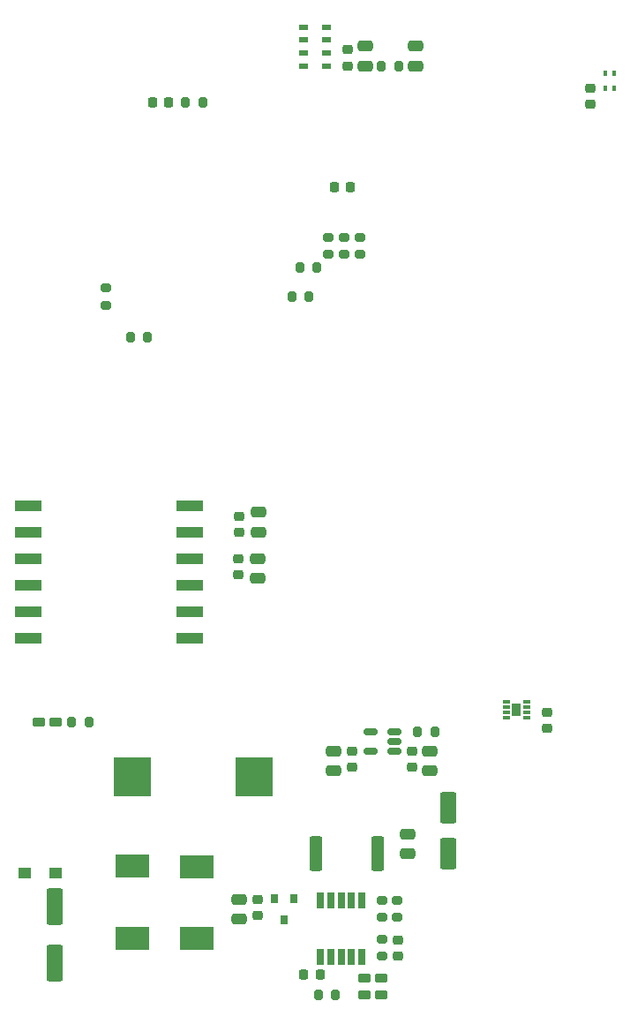
<source format=gtp>
G04 #@! TF.GenerationSoftware,KiCad,Pcbnew,(6.0.5)*
G04 #@! TF.CreationDate,2022-05-16T10:08:23+02:00*
G04 #@! TF.ProjectId,ruche,72756368-652e-46b6-9963-61645f706362,rev?*
G04 #@! TF.SameCoordinates,Original*
G04 #@! TF.FileFunction,Paste,Top*
G04 #@! TF.FilePolarity,Positive*
%FSLAX46Y46*%
G04 Gerber Fmt 4.6, Leading zero omitted, Abs format (unit mm)*
G04 Created by KiCad (PCBNEW (6.0.5)) date 2022-05-16 10:08:23*
%MOMM*%
%LPD*%
G01*
G04 APERTURE LIST*
G04 Aperture macros list*
%AMRoundRect*
0 Rectangle with rounded corners*
0 $1 Rounding radius*
0 $2 $3 $4 $5 $6 $7 $8 $9 X,Y pos of 4 corners*
0 Add a 4 corners polygon primitive as box body*
4,1,4,$2,$3,$4,$5,$6,$7,$8,$9,$2,$3,0*
0 Add four circle primitives for the rounded corners*
1,1,$1+$1,$2,$3*
1,1,$1+$1,$4,$5*
1,1,$1+$1,$6,$7*
1,1,$1+$1,$8,$9*
0 Add four rect primitives between the rounded corners*
20,1,$1+$1,$2,$3,$4,$5,0*
20,1,$1+$1,$4,$5,$6,$7,0*
20,1,$1+$1,$6,$7,$8,$9,0*
20,1,$1+$1,$8,$9,$2,$3,0*%
G04 Aperture macros list end*
%ADD10RoundRect,0.250000X-0.550000X1.500000X-0.550000X-1.500000X0.550000X-1.500000X0.550000X1.500000X0*%
%ADD11RoundRect,0.225000X-0.250000X0.225000X-0.250000X-0.225000X0.250000X-0.225000X0.250000X0.225000X0*%
%ADD12RoundRect,0.250000X-0.475000X0.250000X-0.475000X-0.250000X0.475000X-0.250000X0.475000X0.250000X0*%
%ADD13RoundRect,0.225000X-0.225000X-0.250000X0.225000X-0.250000X0.225000X0.250000X-0.225000X0.250000X0*%
%ADD14RoundRect,0.250000X0.475000X-0.250000X0.475000X0.250000X-0.475000X0.250000X-0.475000X-0.250000X0*%
%ADD15RoundRect,0.250000X0.550000X-1.250000X0.550000X1.250000X-0.550000X1.250000X-0.550000X-1.250000X0*%
%ADD16RoundRect,0.212500X-0.400000X-0.212500X0.400000X-0.212500X0.400000X0.212500X-0.400000X0.212500X0*%
%ADD17R,1.240000X1.120000*%
%ADD18R,3.200000X2.250000*%
%ADD19R,0.650000X1.525000*%
%ADD20R,3.650000X3.750000*%
%ADD21R,0.800000X0.900000*%
%ADD22RoundRect,0.200000X-0.200000X-0.275000X0.200000X-0.275000X0.200000X0.275000X-0.200000X0.275000X0*%
%ADD23RoundRect,0.200000X0.275000X-0.200000X0.275000X0.200000X-0.275000X0.200000X-0.275000X-0.200000X0*%
%ADD24RoundRect,0.200000X-0.275000X0.200000X-0.275000X-0.200000X0.275000X-0.200000X0.275000X0.200000X0*%
%ADD25RoundRect,0.250000X-0.362500X-1.425000X0.362500X-1.425000X0.362500X1.425000X-0.362500X1.425000X0*%
%ADD26R,0.750000X0.300000*%
%ADD27R,0.900000X1.300000*%
%ADD28R,2.500000X1.000000*%
%ADD29R,0.300000X0.500000*%
%ADD30RoundRect,0.225000X0.250000X-0.225000X0.250000X0.225000X-0.250000X0.225000X-0.250000X-0.225000X0*%
%ADD31RoundRect,0.218750X-0.218750X-0.256250X0.218750X-0.256250X0.218750X0.256250X-0.218750X0.256250X0*%
%ADD32RoundRect,0.225000X0.225000X0.250000X-0.225000X0.250000X-0.225000X-0.250000X0.225000X-0.250000X0*%
%ADD33R,0.950000X0.550000*%
%ADD34RoundRect,0.150000X0.512500X0.150000X-0.512500X0.150000X-0.512500X-0.150000X0.512500X-0.150000X0*%
G04 APERTURE END LIST*
D10*
X102625000Y-157110000D03*
X102625000Y-162510000D03*
D11*
X122060000Y-156385000D03*
X122060000Y-157935000D03*
D12*
X120290000Y-156390000D03*
X120290000Y-158290000D03*
D11*
X135560000Y-160275000D03*
X135560000Y-161825000D03*
X149850000Y-138460000D03*
X149850000Y-140010000D03*
D13*
X126495000Y-163600000D03*
X128045000Y-163600000D03*
D14*
X136410000Y-152035000D03*
X136410000Y-150135000D03*
D15*
X140380000Y-152010000D03*
X140380000Y-147610000D03*
D11*
X153950000Y-78585000D03*
X153950000Y-80135000D03*
D16*
X101047500Y-139430000D03*
X102672500Y-139430000D03*
D17*
X102700000Y-153900000D03*
X99700000Y-153900000D03*
D16*
X132307500Y-165542000D03*
X133932500Y-165542000D03*
X132327500Y-163992000D03*
X133952500Y-163992000D03*
D18*
X116180000Y-153260000D03*
X116180000Y-160160000D03*
X110025000Y-153235000D03*
X110025000Y-160135000D03*
D19*
X128070000Y-161912000D03*
X129070000Y-161912000D03*
X130070000Y-161912000D03*
X131070000Y-161912000D03*
X132070000Y-161912000D03*
X132070000Y-156488000D03*
X131070000Y-156488000D03*
X130070000Y-156488000D03*
X129070000Y-156488000D03*
X128070000Y-156488000D03*
D20*
X110040000Y-144690000D03*
X121740000Y-144690000D03*
D21*
X125540000Y-156350000D03*
X123640000Y-156350000D03*
X124590000Y-158350000D03*
D22*
X104195000Y-139420000D03*
X105845000Y-139420000D03*
D23*
X133990000Y-161875000D03*
X133990000Y-160225000D03*
D22*
X127895000Y-165540000D03*
X129545000Y-165540000D03*
D24*
X135460000Y-156485000D03*
X135460000Y-158135000D03*
D23*
X133960000Y-158135000D03*
X133960000Y-156485000D03*
D25*
X127637500Y-152030000D03*
X133562500Y-152030000D03*
D22*
X126105000Y-95830000D03*
X127755000Y-95830000D03*
X125345000Y-98620000D03*
X126995000Y-98620000D03*
D26*
X147900000Y-138960000D03*
X147900000Y-138460000D03*
X147900000Y-137960000D03*
X147900000Y-137460000D03*
X145900000Y-137460000D03*
X145900000Y-137960000D03*
X145900000Y-138460000D03*
X145900000Y-138960000D03*
D27*
X146900000Y-138210000D03*
D28*
X115525000Y-131340000D03*
X115525000Y-128800000D03*
X115525000Y-126260000D03*
X115525000Y-123720000D03*
X115525000Y-121180000D03*
X115525000Y-118640000D03*
X100025000Y-118640000D03*
X100025000Y-121180000D03*
X100025000Y-123720000D03*
X100025000Y-126260000D03*
X100025000Y-128800000D03*
X100025000Y-131340000D03*
D29*
X156225000Y-77185000D03*
X155425000Y-77185000D03*
X155425000Y-78585000D03*
X156225000Y-78585000D03*
D11*
X120225000Y-123730000D03*
X120225000Y-125280000D03*
D12*
X122050000Y-123730000D03*
X122050000Y-125630000D03*
D22*
X109865000Y-102480000D03*
X111515000Y-102480000D03*
D12*
X129340000Y-142160000D03*
X129340000Y-144060000D03*
D30*
X120240000Y-121195000D03*
X120240000Y-119645000D03*
D31*
X111962500Y-79950000D03*
X113537500Y-79950000D03*
D22*
X137385000Y-140290000D03*
X139035000Y-140290000D03*
D14*
X137225000Y-76480000D03*
X137225000Y-74580000D03*
D22*
X115135000Y-79950000D03*
X116785000Y-79950000D03*
D11*
X136860000Y-142195000D03*
X136860000Y-143745000D03*
D22*
X133925000Y-76480000D03*
X135575000Y-76480000D03*
D14*
X122100000Y-121160000D03*
X122100000Y-119260000D03*
D23*
X128820000Y-94535000D03*
X128820000Y-92885000D03*
D32*
X130945000Y-88080000D03*
X129395000Y-88080000D03*
D23*
X130350000Y-94535000D03*
X130350000Y-92885000D03*
D30*
X130675000Y-76455000D03*
X130675000Y-74905000D03*
D24*
X107490000Y-97745000D03*
X107490000Y-99395000D03*
D14*
X132350000Y-76480000D03*
X132350000Y-74580000D03*
D33*
X128620000Y-76475000D03*
X128620000Y-75225000D03*
X128620000Y-73975000D03*
X128620000Y-72725000D03*
X126470000Y-72725000D03*
X126470000Y-73975000D03*
X126470000Y-75225000D03*
X126470000Y-76475000D03*
D12*
X138530000Y-142190000D03*
X138530000Y-144090000D03*
D34*
X135157500Y-142190000D03*
X135157500Y-141240000D03*
X135157500Y-140290000D03*
X132882500Y-140290000D03*
X132882500Y-142190000D03*
D11*
X131150000Y-142195000D03*
X131150000Y-143745000D03*
D23*
X131870000Y-94535000D03*
X131870000Y-92885000D03*
M02*

</source>
